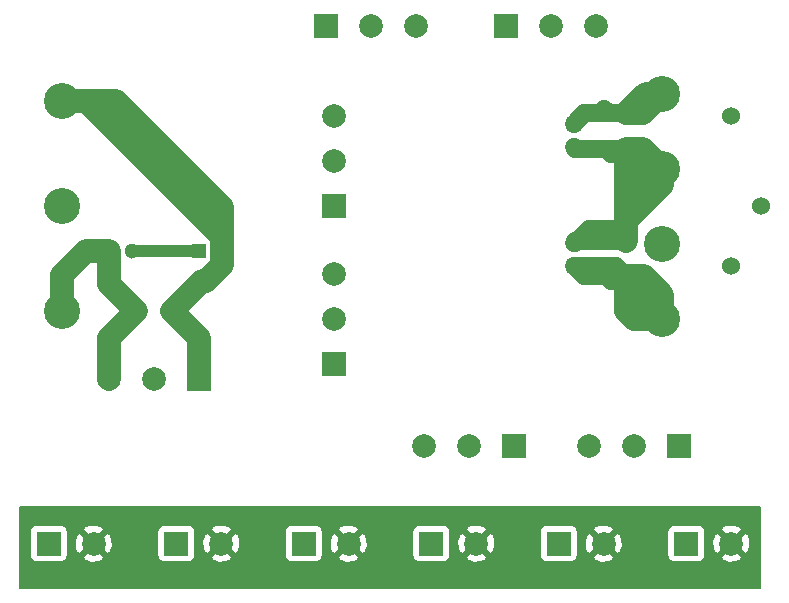
<source format=gbr>
G04 #@! TF.FileFunction,Copper,L4,Bot,Signal*
%FSLAX46Y46*%
G04 Gerber Fmt 4.6, Leading zero omitted, Abs format (unit mm)*
G04 Created by KiCad (PCBNEW (2015-05-27 BZR 5686)-product) date 2015年05月29日 星期五 17时45分10秒*
%MOMM*%
G01*
G04 APERTURE LIST*
%ADD10C,0.100000*%
%ADD11R,1.300000X1.300000*%
%ADD12C,1.300000*%
%ADD13R,1.000000X1.600000*%
%ADD14R,1.600000X1.000000*%
%ADD15C,2.000000*%
%ADD16R,2.000000X2.000000*%
%ADD17C,1.524000*%
%ADD18C,3.048000*%
%ADD19C,0.600000*%
%ADD20C,2.000000*%
%ADD21C,1.000000*%
%ADD22C,1.500000*%
%ADD23C,0.152400*%
G04 APERTURE END LIST*
D10*
D11*
X137160000Y-117475000D03*
D12*
X139160000Y-117475000D03*
D13*
X142470000Y-122555000D03*
X139470000Y-122555000D03*
D11*
X144780000Y-117475000D03*
D12*
X146780000Y-117475000D03*
D14*
X180975000Y-105815000D03*
X180975000Y-108815000D03*
X180975000Y-116610000D03*
X180975000Y-119610000D03*
D11*
X176530000Y-106680000D03*
D12*
X176530000Y-108680000D03*
D11*
X176530000Y-118745000D03*
D12*
X176530000Y-116745000D03*
D15*
X156210000Y-119380000D03*
D16*
X156210000Y-127000000D03*
D15*
X156210000Y-123190000D03*
X163830000Y-133985000D03*
D16*
X171450000Y-133985000D03*
D15*
X167640000Y-133985000D03*
X178435000Y-98425000D03*
D16*
X170815000Y-98425000D03*
D15*
X174625000Y-98425000D03*
X177800000Y-133985000D03*
D16*
X185420000Y-133985000D03*
D15*
X181610000Y-133985000D03*
X156210000Y-106045000D03*
D16*
X156210000Y-113665000D03*
D15*
X156210000Y-109855000D03*
X163195000Y-98425000D03*
D16*
X155575000Y-98425000D03*
D15*
X159385000Y-98425000D03*
X137160000Y-128270000D03*
D16*
X144780000Y-128270000D03*
D15*
X140970000Y-128270000D03*
D16*
X142875000Y-142240000D03*
D15*
X146685000Y-142240000D03*
D16*
X175260000Y-142240000D03*
D15*
X179070000Y-142240000D03*
D16*
X132080000Y-142240000D03*
D15*
X135890000Y-142240000D03*
D16*
X186055000Y-142240000D03*
D15*
X189865000Y-142240000D03*
D16*
X153670000Y-142240000D03*
D15*
X157480000Y-142240000D03*
D16*
X164465000Y-142240000D03*
D15*
X168275000Y-142240000D03*
D17*
X189865000Y-118745000D03*
X192405000Y-113665000D03*
X189865000Y-106045000D03*
D18*
X133223000Y-122555000D03*
X133223000Y-113665000D03*
X133223000Y-104775000D03*
X184023000Y-104140000D03*
X184023000Y-110490000D03*
X184023000Y-116840000D03*
X184023000Y-123190000D03*
D19*
X179070000Y-105410000D03*
X179705000Y-115570000D03*
X179705000Y-109220000D03*
X179705000Y-120015000D03*
D20*
X137160000Y-117475000D02*
X135255000Y-117475000D01*
X133223000Y-119507000D02*
X133223000Y-122555000D01*
X135255000Y-117475000D02*
X133223000Y-119507000D01*
X137160000Y-117475000D02*
X137160000Y-120245000D01*
X137160000Y-120245000D02*
X139470000Y-122555000D01*
X137160000Y-128270000D02*
X137160000Y-124865000D01*
X137160000Y-124865000D02*
X139470000Y-122555000D01*
D21*
X139160000Y-117475000D02*
X144780000Y-117475000D01*
D20*
X146780000Y-116205000D02*
X146780000Y-113760000D01*
X146780000Y-117475000D02*
X146780000Y-116205000D01*
X144780000Y-128270000D02*
X144780000Y-124865000D01*
X144780000Y-124865000D02*
X142470000Y-122555000D01*
X146780000Y-118650000D02*
X145415000Y-120015000D01*
X145415000Y-120015000D02*
X145010000Y-120015000D01*
X145010000Y-120015000D02*
X142470000Y-122555000D01*
X146780000Y-117475000D02*
X146780000Y-118650000D01*
X137795000Y-104775000D02*
X133223000Y-104775000D01*
X146780000Y-113760000D02*
X137795000Y-104775000D01*
X146685000Y-116205000D02*
X146780000Y-116205000D01*
X146780000Y-116300000D02*
X146685000Y-116205000D01*
X135255000Y-104775000D02*
X146780000Y-116300000D01*
X133223000Y-104775000D02*
X135255000Y-104775000D01*
D22*
X180975000Y-105815000D02*
X179475000Y-105815000D01*
X179475000Y-105815000D02*
X179070000Y-105410000D01*
X180975000Y-105815000D02*
X177395000Y-105815000D01*
X177395000Y-105815000D02*
X176530000Y-106680000D01*
D20*
X184023000Y-104140000D02*
X182650000Y-104140000D01*
X182650000Y-104140000D02*
X180975000Y-105815000D01*
X180975000Y-105815000D02*
X182348000Y-105815000D01*
X182348000Y-105815000D02*
X184023000Y-104140000D01*
D22*
X180975000Y-116610000D02*
X180745000Y-116610000D01*
X180745000Y-116610000D02*
X179705000Y-115570000D01*
X176530000Y-116745000D02*
X176625000Y-116745000D01*
X176625000Y-116745000D02*
X177800000Y-115570000D01*
X177800000Y-115570000D02*
X180975000Y-115570000D01*
X180975000Y-116610000D02*
X176665000Y-116610000D01*
X176665000Y-116610000D02*
X176530000Y-116745000D01*
D20*
X180975000Y-116610000D02*
X180975000Y-115570000D01*
X180975000Y-115570000D02*
X180975000Y-114935000D01*
X180975000Y-114935000D02*
X184023000Y-111887000D01*
X184023000Y-111887000D02*
X184023000Y-110490000D01*
X180975000Y-116610000D02*
X180975000Y-108815000D01*
X180975000Y-108815000D02*
X180975000Y-109220000D01*
X180975000Y-109220000D02*
X180975000Y-108815000D01*
X180975000Y-116610000D02*
X180975000Y-113538000D01*
X180975000Y-113538000D02*
X184023000Y-110490000D01*
D22*
X180975000Y-108815000D02*
X180110000Y-108815000D01*
X180110000Y-108815000D02*
X179705000Y-109220000D01*
X180975000Y-108815000D02*
X176665000Y-108815000D01*
X176665000Y-108815000D02*
X176530000Y-108680000D01*
D20*
X184023000Y-110490000D02*
X182650000Y-110490000D01*
X182650000Y-110490000D02*
X180975000Y-108815000D01*
X180975000Y-108815000D02*
X182348000Y-108815000D01*
X182348000Y-108815000D02*
X184023000Y-110490000D01*
D22*
X180975000Y-119610000D02*
X180110000Y-119610000D01*
X180110000Y-119610000D02*
X179705000Y-120015000D01*
X176530000Y-118745000D02*
X180110000Y-118745000D01*
X180110000Y-118745000D02*
X180975000Y-119610000D01*
X180975000Y-119610000D02*
X177395000Y-119610000D01*
X177395000Y-119610000D02*
X176530000Y-118745000D01*
D20*
X180975000Y-119610000D02*
X180975000Y-122555000D01*
X180975000Y-122555000D02*
X181610000Y-123190000D01*
X181610000Y-123190000D02*
X184023000Y-123190000D01*
X180975000Y-119610000D02*
X182475000Y-119610000D01*
X182475000Y-119610000D02*
X184023000Y-121158000D01*
X184023000Y-121158000D02*
X184023000Y-123190000D01*
X180975000Y-119610000D02*
X180975000Y-120142000D01*
X180975000Y-120142000D02*
X184023000Y-123190000D01*
D23*
G36*
X192328800Y-145973800D02*
X191467569Y-145973800D01*
X191467569Y-142441891D01*
X191422841Y-141813247D01*
X191268321Y-141440201D01*
X191021960Y-141334488D01*
X190770512Y-141585935D01*
X190770512Y-141083040D01*
X190664799Y-140836679D01*
X190066891Y-140637431D01*
X189438247Y-140682159D01*
X189065201Y-140836679D01*
X188959488Y-141083040D01*
X189865000Y-141988553D01*
X190770512Y-141083040D01*
X190770512Y-141585935D01*
X190116447Y-142240000D01*
X191021960Y-143145512D01*
X191268321Y-143039799D01*
X191467569Y-142441891D01*
X191467569Y-145973800D01*
X190770512Y-145973800D01*
X190770512Y-143396960D01*
X189865000Y-142491447D01*
X189613553Y-142742894D01*
X189613553Y-142240000D01*
X188708040Y-141334488D01*
X188461679Y-141440201D01*
X188262431Y-142038109D01*
X188307159Y-142666753D01*
X188461679Y-143039799D01*
X188708040Y-143145512D01*
X189613553Y-142240000D01*
X189613553Y-142742894D01*
X188959488Y-143396960D01*
X189065201Y-143643321D01*
X189663109Y-143842569D01*
X190291753Y-143797841D01*
X190664799Y-143643321D01*
X190770512Y-143396960D01*
X190770512Y-145973800D01*
X187650645Y-145973800D01*
X187650645Y-143240000D01*
X187650645Y-141240000D01*
X187607426Y-141017247D01*
X187478820Y-140821467D01*
X187284669Y-140690414D01*
X187055000Y-140644355D01*
X185055000Y-140644355D01*
X184832247Y-140687574D01*
X184636467Y-140816180D01*
X184505414Y-141010331D01*
X184459355Y-141240000D01*
X184459355Y-143240000D01*
X184502574Y-143462753D01*
X184631180Y-143658533D01*
X184825331Y-143789586D01*
X185055000Y-143835645D01*
X187055000Y-143835645D01*
X187277753Y-143792426D01*
X187473533Y-143663820D01*
X187604586Y-143469669D01*
X187650645Y-143240000D01*
X187650645Y-145973800D01*
X180672569Y-145973800D01*
X180672569Y-142441891D01*
X180627841Y-141813247D01*
X180473321Y-141440201D01*
X180226960Y-141334488D01*
X179975512Y-141585935D01*
X179975512Y-141083040D01*
X179869799Y-140836679D01*
X179271891Y-140637431D01*
X178643247Y-140682159D01*
X178270201Y-140836679D01*
X178164488Y-141083040D01*
X179070000Y-141988553D01*
X179975512Y-141083040D01*
X179975512Y-141585935D01*
X179321447Y-142240000D01*
X180226960Y-143145512D01*
X180473321Y-143039799D01*
X180672569Y-142441891D01*
X180672569Y-145973800D01*
X179975512Y-145973800D01*
X179975512Y-143396960D01*
X179070000Y-142491447D01*
X178818553Y-142742894D01*
X178818553Y-142240000D01*
X177913040Y-141334488D01*
X177666679Y-141440201D01*
X177467431Y-142038109D01*
X177512159Y-142666753D01*
X177666679Y-143039799D01*
X177913040Y-143145512D01*
X178818553Y-142240000D01*
X178818553Y-142742894D01*
X178164488Y-143396960D01*
X178270201Y-143643321D01*
X178868109Y-143842569D01*
X179496753Y-143797841D01*
X179869799Y-143643321D01*
X179975512Y-143396960D01*
X179975512Y-145973800D01*
X176855645Y-145973800D01*
X176855645Y-143240000D01*
X176855645Y-141240000D01*
X176812426Y-141017247D01*
X176683820Y-140821467D01*
X176489669Y-140690414D01*
X176260000Y-140644355D01*
X174260000Y-140644355D01*
X174037247Y-140687574D01*
X173841467Y-140816180D01*
X173710414Y-141010331D01*
X173664355Y-141240000D01*
X173664355Y-143240000D01*
X173707574Y-143462753D01*
X173836180Y-143658533D01*
X174030331Y-143789586D01*
X174260000Y-143835645D01*
X176260000Y-143835645D01*
X176482753Y-143792426D01*
X176678533Y-143663820D01*
X176809586Y-143469669D01*
X176855645Y-143240000D01*
X176855645Y-145973800D01*
X169877569Y-145973800D01*
X169877569Y-142441891D01*
X169832841Y-141813247D01*
X169678321Y-141440201D01*
X169431960Y-141334488D01*
X169180512Y-141585935D01*
X169180512Y-141083040D01*
X169074799Y-140836679D01*
X168476891Y-140637431D01*
X167848247Y-140682159D01*
X167475201Y-140836679D01*
X167369488Y-141083040D01*
X168275000Y-141988553D01*
X169180512Y-141083040D01*
X169180512Y-141585935D01*
X168526447Y-142240000D01*
X169431960Y-143145512D01*
X169678321Y-143039799D01*
X169877569Y-142441891D01*
X169877569Y-145973800D01*
X169180512Y-145973800D01*
X169180512Y-143396960D01*
X168275000Y-142491447D01*
X168023553Y-142742894D01*
X168023553Y-142240000D01*
X167118040Y-141334488D01*
X166871679Y-141440201D01*
X166672431Y-142038109D01*
X166717159Y-142666753D01*
X166871679Y-143039799D01*
X167118040Y-143145512D01*
X168023553Y-142240000D01*
X168023553Y-142742894D01*
X167369488Y-143396960D01*
X167475201Y-143643321D01*
X168073109Y-143842569D01*
X168701753Y-143797841D01*
X169074799Y-143643321D01*
X169180512Y-143396960D01*
X169180512Y-145973800D01*
X166060645Y-145973800D01*
X166060645Y-143240000D01*
X166060645Y-141240000D01*
X166017426Y-141017247D01*
X165888820Y-140821467D01*
X165694669Y-140690414D01*
X165465000Y-140644355D01*
X163465000Y-140644355D01*
X163242247Y-140687574D01*
X163046467Y-140816180D01*
X162915414Y-141010331D01*
X162869355Y-141240000D01*
X162869355Y-143240000D01*
X162912574Y-143462753D01*
X163041180Y-143658533D01*
X163235331Y-143789586D01*
X163465000Y-143835645D01*
X165465000Y-143835645D01*
X165687753Y-143792426D01*
X165883533Y-143663820D01*
X166014586Y-143469669D01*
X166060645Y-143240000D01*
X166060645Y-145973800D01*
X159082569Y-145973800D01*
X159082569Y-142441891D01*
X159037841Y-141813247D01*
X158883321Y-141440201D01*
X158636960Y-141334488D01*
X158385512Y-141585935D01*
X158385512Y-141083040D01*
X158279799Y-140836679D01*
X157681891Y-140637431D01*
X157053247Y-140682159D01*
X156680201Y-140836679D01*
X156574488Y-141083040D01*
X157480000Y-141988553D01*
X158385512Y-141083040D01*
X158385512Y-141585935D01*
X157731447Y-142240000D01*
X158636960Y-143145512D01*
X158883321Y-143039799D01*
X159082569Y-142441891D01*
X159082569Y-145973800D01*
X158385512Y-145973800D01*
X158385512Y-143396960D01*
X157480000Y-142491447D01*
X157228553Y-142742894D01*
X157228553Y-142240000D01*
X156323040Y-141334488D01*
X156076679Y-141440201D01*
X155877431Y-142038109D01*
X155922159Y-142666753D01*
X156076679Y-143039799D01*
X156323040Y-143145512D01*
X157228553Y-142240000D01*
X157228553Y-142742894D01*
X156574488Y-143396960D01*
X156680201Y-143643321D01*
X157278109Y-143842569D01*
X157906753Y-143797841D01*
X158279799Y-143643321D01*
X158385512Y-143396960D01*
X158385512Y-145973800D01*
X155265645Y-145973800D01*
X155265645Y-143240000D01*
X155265645Y-141240000D01*
X155222426Y-141017247D01*
X155093820Y-140821467D01*
X154899669Y-140690414D01*
X154670000Y-140644355D01*
X152670000Y-140644355D01*
X152447247Y-140687574D01*
X152251467Y-140816180D01*
X152120414Y-141010331D01*
X152074355Y-141240000D01*
X152074355Y-143240000D01*
X152117574Y-143462753D01*
X152246180Y-143658533D01*
X152440331Y-143789586D01*
X152670000Y-143835645D01*
X154670000Y-143835645D01*
X154892753Y-143792426D01*
X155088533Y-143663820D01*
X155219586Y-143469669D01*
X155265645Y-143240000D01*
X155265645Y-145973800D01*
X148287569Y-145973800D01*
X148287569Y-142441891D01*
X148242841Y-141813247D01*
X148088321Y-141440201D01*
X147841960Y-141334488D01*
X147590512Y-141585935D01*
X147590512Y-141083040D01*
X147484799Y-140836679D01*
X146886891Y-140637431D01*
X146258247Y-140682159D01*
X145885201Y-140836679D01*
X145779488Y-141083040D01*
X146685000Y-141988553D01*
X147590512Y-141083040D01*
X147590512Y-141585935D01*
X146936447Y-142240000D01*
X147841960Y-143145512D01*
X148088321Y-143039799D01*
X148287569Y-142441891D01*
X148287569Y-145973800D01*
X147590512Y-145973800D01*
X147590512Y-143396960D01*
X146685000Y-142491447D01*
X146433553Y-142742894D01*
X146433553Y-142240000D01*
X145528040Y-141334488D01*
X145281679Y-141440201D01*
X145082431Y-142038109D01*
X145127159Y-142666753D01*
X145281679Y-143039799D01*
X145528040Y-143145512D01*
X146433553Y-142240000D01*
X146433553Y-142742894D01*
X145779488Y-143396960D01*
X145885201Y-143643321D01*
X146483109Y-143842569D01*
X147111753Y-143797841D01*
X147484799Y-143643321D01*
X147590512Y-143396960D01*
X147590512Y-145973800D01*
X144470645Y-145973800D01*
X144470645Y-143240000D01*
X144470645Y-141240000D01*
X144427426Y-141017247D01*
X144298820Y-140821467D01*
X144104669Y-140690414D01*
X143875000Y-140644355D01*
X141875000Y-140644355D01*
X141652247Y-140687574D01*
X141456467Y-140816180D01*
X141325414Y-141010331D01*
X141279355Y-141240000D01*
X141279355Y-143240000D01*
X141322574Y-143462753D01*
X141451180Y-143658533D01*
X141645331Y-143789586D01*
X141875000Y-143835645D01*
X143875000Y-143835645D01*
X144097753Y-143792426D01*
X144293533Y-143663820D01*
X144424586Y-143469669D01*
X144470645Y-143240000D01*
X144470645Y-145973800D01*
X137492569Y-145973800D01*
X137492569Y-142441891D01*
X137447841Y-141813247D01*
X137293321Y-141440201D01*
X137046960Y-141334488D01*
X136795512Y-141585935D01*
X136795512Y-141083040D01*
X136689799Y-140836679D01*
X136091891Y-140637431D01*
X135463247Y-140682159D01*
X135090201Y-140836679D01*
X134984488Y-141083040D01*
X135890000Y-141988553D01*
X136795512Y-141083040D01*
X136795512Y-141585935D01*
X136141447Y-142240000D01*
X137046960Y-143145512D01*
X137293321Y-143039799D01*
X137492569Y-142441891D01*
X137492569Y-145973800D01*
X136795512Y-145973800D01*
X136795512Y-143396960D01*
X135890000Y-142491447D01*
X135638553Y-142742894D01*
X135638553Y-142240000D01*
X134733040Y-141334488D01*
X134486679Y-141440201D01*
X134287431Y-142038109D01*
X134332159Y-142666753D01*
X134486679Y-143039799D01*
X134733040Y-143145512D01*
X135638553Y-142240000D01*
X135638553Y-142742894D01*
X134984488Y-143396960D01*
X135090201Y-143643321D01*
X135688109Y-143842569D01*
X136316753Y-143797841D01*
X136689799Y-143643321D01*
X136795512Y-143396960D01*
X136795512Y-145973800D01*
X133675645Y-145973800D01*
X133675645Y-143240000D01*
X133675645Y-141240000D01*
X133632426Y-141017247D01*
X133503820Y-140821467D01*
X133309669Y-140690414D01*
X133080000Y-140644355D01*
X131080000Y-140644355D01*
X130857247Y-140687574D01*
X130661467Y-140816180D01*
X130530414Y-141010331D01*
X130484355Y-141240000D01*
X130484355Y-143240000D01*
X130527574Y-143462753D01*
X130656180Y-143658533D01*
X130850331Y-143789586D01*
X131080000Y-143835645D01*
X133080000Y-143835645D01*
X133302753Y-143792426D01*
X133498533Y-143663820D01*
X133629586Y-143469669D01*
X133675645Y-143240000D01*
X133675645Y-145973800D01*
X129616200Y-145973800D01*
X129616200Y-139141200D01*
X192328800Y-139141200D01*
X192328800Y-145973800D01*
X192328800Y-145973800D01*
G37*
X192328800Y-145973800D02*
X191467569Y-145973800D01*
X191467569Y-142441891D01*
X191422841Y-141813247D01*
X191268321Y-141440201D01*
X191021960Y-141334488D01*
X190770512Y-141585935D01*
X190770512Y-141083040D01*
X190664799Y-140836679D01*
X190066891Y-140637431D01*
X189438247Y-140682159D01*
X189065201Y-140836679D01*
X188959488Y-141083040D01*
X189865000Y-141988553D01*
X190770512Y-141083040D01*
X190770512Y-141585935D01*
X190116447Y-142240000D01*
X191021960Y-143145512D01*
X191268321Y-143039799D01*
X191467569Y-142441891D01*
X191467569Y-145973800D01*
X190770512Y-145973800D01*
X190770512Y-143396960D01*
X189865000Y-142491447D01*
X189613553Y-142742894D01*
X189613553Y-142240000D01*
X188708040Y-141334488D01*
X188461679Y-141440201D01*
X188262431Y-142038109D01*
X188307159Y-142666753D01*
X188461679Y-143039799D01*
X188708040Y-143145512D01*
X189613553Y-142240000D01*
X189613553Y-142742894D01*
X188959488Y-143396960D01*
X189065201Y-143643321D01*
X189663109Y-143842569D01*
X190291753Y-143797841D01*
X190664799Y-143643321D01*
X190770512Y-143396960D01*
X190770512Y-145973800D01*
X187650645Y-145973800D01*
X187650645Y-143240000D01*
X187650645Y-141240000D01*
X187607426Y-141017247D01*
X187478820Y-140821467D01*
X187284669Y-140690414D01*
X187055000Y-140644355D01*
X185055000Y-140644355D01*
X184832247Y-140687574D01*
X184636467Y-140816180D01*
X184505414Y-141010331D01*
X184459355Y-141240000D01*
X184459355Y-143240000D01*
X184502574Y-143462753D01*
X184631180Y-143658533D01*
X184825331Y-143789586D01*
X185055000Y-143835645D01*
X187055000Y-143835645D01*
X187277753Y-143792426D01*
X187473533Y-143663820D01*
X187604586Y-143469669D01*
X187650645Y-143240000D01*
X187650645Y-145973800D01*
X180672569Y-145973800D01*
X180672569Y-142441891D01*
X180627841Y-141813247D01*
X180473321Y-141440201D01*
X180226960Y-141334488D01*
X179975512Y-141585935D01*
X179975512Y-141083040D01*
X179869799Y-140836679D01*
X179271891Y-140637431D01*
X178643247Y-140682159D01*
X178270201Y-140836679D01*
X178164488Y-141083040D01*
X179070000Y-141988553D01*
X179975512Y-141083040D01*
X179975512Y-141585935D01*
X179321447Y-142240000D01*
X180226960Y-143145512D01*
X180473321Y-143039799D01*
X180672569Y-142441891D01*
X180672569Y-145973800D01*
X179975512Y-145973800D01*
X179975512Y-143396960D01*
X179070000Y-142491447D01*
X178818553Y-142742894D01*
X178818553Y-142240000D01*
X177913040Y-141334488D01*
X177666679Y-141440201D01*
X177467431Y-142038109D01*
X177512159Y-142666753D01*
X177666679Y-143039799D01*
X177913040Y-143145512D01*
X178818553Y-142240000D01*
X178818553Y-142742894D01*
X178164488Y-143396960D01*
X178270201Y-143643321D01*
X178868109Y-143842569D01*
X179496753Y-143797841D01*
X179869799Y-143643321D01*
X179975512Y-143396960D01*
X179975512Y-145973800D01*
X176855645Y-145973800D01*
X176855645Y-143240000D01*
X176855645Y-141240000D01*
X176812426Y-141017247D01*
X176683820Y-140821467D01*
X176489669Y-140690414D01*
X176260000Y-140644355D01*
X174260000Y-140644355D01*
X174037247Y-140687574D01*
X173841467Y-140816180D01*
X173710414Y-141010331D01*
X173664355Y-141240000D01*
X173664355Y-143240000D01*
X173707574Y-143462753D01*
X173836180Y-143658533D01*
X174030331Y-143789586D01*
X174260000Y-143835645D01*
X176260000Y-143835645D01*
X176482753Y-143792426D01*
X176678533Y-143663820D01*
X176809586Y-143469669D01*
X176855645Y-143240000D01*
X176855645Y-145973800D01*
X169877569Y-145973800D01*
X169877569Y-142441891D01*
X169832841Y-141813247D01*
X169678321Y-141440201D01*
X169431960Y-141334488D01*
X169180512Y-141585935D01*
X169180512Y-141083040D01*
X169074799Y-140836679D01*
X168476891Y-140637431D01*
X167848247Y-140682159D01*
X167475201Y-140836679D01*
X167369488Y-141083040D01*
X168275000Y-141988553D01*
X169180512Y-141083040D01*
X169180512Y-141585935D01*
X168526447Y-142240000D01*
X169431960Y-143145512D01*
X169678321Y-143039799D01*
X169877569Y-142441891D01*
X169877569Y-145973800D01*
X169180512Y-145973800D01*
X169180512Y-143396960D01*
X168275000Y-142491447D01*
X168023553Y-142742894D01*
X168023553Y-142240000D01*
X167118040Y-141334488D01*
X166871679Y-141440201D01*
X166672431Y-142038109D01*
X166717159Y-142666753D01*
X166871679Y-143039799D01*
X167118040Y-143145512D01*
X168023553Y-142240000D01*
X168023553Y-142742894D01*
X167369488Y-143396960D01*
X167475201Y-143643321D01*
X168073109Y-143842569D01*
X168701753Y-143797841D01*
X169074799Y-143643321D01*
X169180512Y-143396960D01*
X169180512Y-145973800D01*
X166060645Y-145973800D01*
X166060645Y-143240000D01*
X166060645Y-141240000D01*
X166017426Y-141017247D01*
X165888820Y-140821467D01*
X165694669Y-140690414D01*
X165465000Y-140644355D01*
X163465000Y-140644355D01*
X163242247Y-140687574D01*
X163046467Y-140816180D01*
X162915414Y-141010331D01*
X162869355Y-141240000D01*
X162869355Y-143240000D01*
X162912574Y-143462753D01*
X163041180Y-143658533D01*
X163235331Y-143789586D01*
X163465000Y-143835645D01*
X165465000Y-143835645D01*
X165687753Y-143792426D01*
X165883533Y-143663820D01*
X166014586Y-143469669D01*
X166060645Y-143240000D01*
X166060645Y-145973800D01*
X159082569Y-145973800D01*
X159082569Y-142441891D01*
X159037841Y-141813247D01*
X158883321Y-141440201D01*
X158636960Y-141334488D01*
X158385512Y-141585935D01*
X158385512Y-141083040D01*
X158279799Y-140836679D01*
X157681891Y-140637431D01*
X157053247Y-140682159D01*
X156680201Y-140836679D01*
X156574488Y-141083040D01*
X157480000Y-141988553D01*
X158385512Y-141083040D01*
X158385512Y-141585935D01*
X157731447Y-142240000D01*
X158636960Y-143145512D01*
X158883321Y-143039799D01*
X159082569Y-142441891D01*
X159082569Y-145973800D01*
X158385512Y-145973800D01*
X158385512Y-143396960D01*
X157480000Y-142491447D01*
X157228553Y-142742894D01*
X157228553Y-142240000D01*
X156323040Y-141334488D01*
X156076679Y-141440201D01*
X155877431Y-142038109D01*
X155922159Y-142666753D01*
X156076679Y-143039799D01*
X156323040Y-143145512D01*
X157228553Y-142240000D01*
X157228553Y-142742894D01*
X156574488Y-143396960D01*
X156680201Y-143643321D01*
X157278109Y-143842569D01*
X157906753Y-143797841D01*
X158279799Y-143643321D01*
X158385512Y-143396960D01*
X158385512Y-145973800D01*
X155265645Y-145973800D01*
X155265645Y-143240000D01*
X155265645Y-141240000D01*
X155222426Y-141017247D01*
X155093820Y-140821467D01*
X154899669Y-140690414D01*
X154670000Y-140644355D01*
X152670000Y-140644355D01*
X152447247Y-140687574D01*
X152251467Y-140816180D01*
X152120414Y-141010331D01*
X152074355Y-141240000D01*
X152074355Y-143240000D01*
X152117574Y-143462753D01*
X152246180Y-143658533D01*
X152440331Y-143789586D01*
X152670000Y-143835645D01*
X154670000Y-143835645D01*
X154892753Y-143792426D01*
X155088533Y-143663820D01*
X155219586Y-143469669D01*
X155265645Y-143240000D01*
X155265645Y-145973800D01*
X148287569Y-145973800D01*
X148287569Y-142441891D01*
X148242841Y-141813247D01*
X148088321Y-141440201D01*
X147841960Y-141334488D01*
X147590512Y-141585935D01*
X147590512Y-141083040D01*
X147484799Y-140836679D01*
X146886891Y-140637431D01*
X146258247Y-140682159D01*
X145885201Y-140836679D01*
X145779488Y-141083040D01*
X146685000Y-141988553D01*
X147590512Y-141083040D01*
X147590512Y-141585935D01*
X146936447Y-142240000D01*
X147841960Y-143145512D01*
X148088321Y-143039799D01*
X148287569Y-142441891D01*
X148287569Y-145973800D01*
X147590512Y-145973800D01*
X147590512Y-143396960D01*
X146685000Y-142491447D01*
X146433553Y-142742894D01*
X146433553Y-142240000D01*
X145528040Y-141334488D01*
X145281679Y-141440201D01*
X145082431Y-142038109D01*
X145127159Y-142666753D01*
X145281679Y-143039799D01*
X145528040Y-143145512D01*
X146433553Y-142240000D01*
X146433553Y-142742894D01*
X145779488Y-143396960D01*
X145885201Y-143643321D01*
X146483109Y-143842569D01*
X147111753Y-143797841D01*
X147484799Y-143643321D01*
X147590512Y-143396960D01*
X147590512Y-145973800D01*
X144470645Y-145973800D01*
X144470645Y-143240000D01*
X144470645Y-141240000D01*
X144427426Y-141017247D01*
X144298820Y-140821467D01*
X144104669Y-140690414D01*
X143875000Y-140644355D01*
X141875000Y-140644355D01*
X141652247Y-140687574D01*
X141456467Y-140816180D01*
X141325414Y-141010331D01*
X141279355Y-141240000D01*
X141279355Y-143240000D01*
X141322574Y-143462753D01*
X141451180Y-143658533D01*
X141645331Y-143789586D01*
X141875000Y-143835645D01*
X143875000Y-143835645D01*
X144097753Y-143792426D01*
X144293533Y-143663820D01*
X144424586Y-143469669D01*
X144470645Y-143240000D01*
X144470645Y-145973800D01*
X137492569Y-145973800D01*
X137492569Y-142441891D01*
X137447841Y-141813247D01*
X137293321Y-141440201D01*
X137046960Y-141334488D01*
X136795512Y-141585935D01*
X136795512Y-141083040D01*
X136689799Y-140836679D01*
X136091891Y-140637431D01*
X135463247Y-140682159D01*
X135090201Y-140836679D01*
X134984488Y-141083040D01*
X135890000Y-141988553D01*
X136795512Y-141083040D01*
X136795512Y-141585935D01*
X136141447Y-142240000D01*
X137046960Y-143145512D01*
X137293321Y-143039799D01*
X137492569Y-142441891D01*
X137492569Y-145973800D01*
X136795512Y-145973800D01*
X136795512Y-143396960D01*
X135890000Y-142491447D01*
X135638553Y-142742894D01*
X135638553Y-142240000D01*
X134733040Y-141334488D01*
X134486679Y-141440201D01*
X134287431Y-142038109D01*
X134332159Y-142666753D01*
X134486679Y-143039799D01*
X134733040Y-143145512D01*
X135638553Y-142240000D01*
X135638553Y-142742894D01*
X134984488Y-143396960D01*
X135090201Y-143643321D01*
X135688109Y-143842569D01*
X136316753Y-143797841D01*
X136689799Y-143643321D01*
X136795512Y-143396960D01*
X136795512Y-145973800D01*
X133675645Y-145973800D01*
X133675645Y-143240000D01*
X133675645Y-141240000D01*
X133632426Y-141017247D01*
X133503820Y-140821467D01*
X133309669Y-140690414D01*
X133080000Y-140644355D01*
X131080000Y-140644355D01*
X130857247Y-140687574D01*
X130661467Y-140816180D01*
X130530414Y-141010331D01*
X130484355Y-141240000D01*
X130484355Y-143240000D01*
X130527574Y-143462753D01*
X130656180Y-143658533D01*
X130850331Y-143789586D01*
X131080000Y-143835645D01*
X133080000Y-143835645D01*
X133302753Y-143792426D01*
X133498533Y-143663820D01*
X133629586Y-143469669D01*
X133675645Y-143240000D01*
X133675645Y-145973800D01*
X129616200Y-145973800D01*
X129616200Y-139141200D01*
X192328800Y-139141200D01*
X192328800Y-145973800D01*
M02*

</source>
